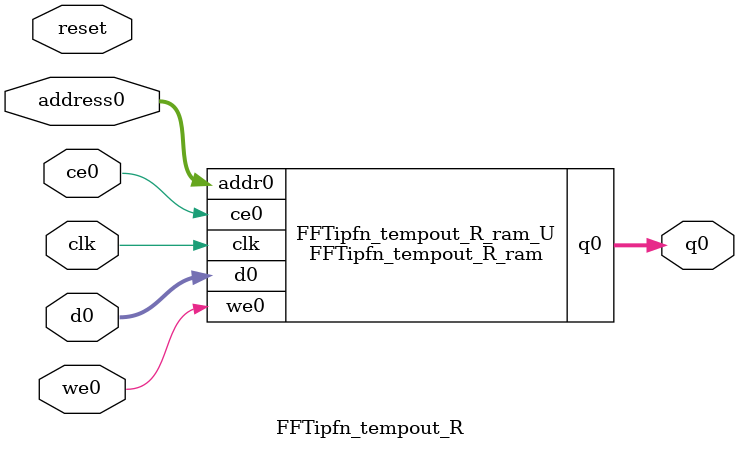
<source format=v>
`timescale 1 ns / 1 ps
module FFTipfn_tempout_R_ram (addr0, ce0, d0, we0, q0,  clk);

parameter DWIDTH = 32;
parameter AWIDTH = 10;
parameter MEM_SIZE = 1024;

input[AWIDTH-1:0] addr0;
input ce0;
input[DWIDTH-1:0] d0;
input we0;
output reg[DWIDTH-1:0] q0;
input clk;

(* ram_style = "block" *)reg [DWIDTH-1:0] ram[0:MEM_SIZE-1];




always @(posedge clk)  
begin 
    if (ce0) 
    begin
        if (we0) 
        begin 
            ram[addr0] <= d0; 
        end 
        q0 <= ram[addr0];
    end
end


endmodule

`timescale 1 ns / 1 ps
module FFTipfn_tempout_R(
    reset,
    clk,
    address0,
    ce0,
    we0,
    d0,
    q0);

parameter DataWidth = 32'd32;
parameter AddressRange = 32'd1024;
parameter AddressWidth = 32'd10;
input reset;
input clk;
input[AddressWidth - 1:0] address0;
input ce0;
input we0;
input[DataWidth - 1:0] d0;
output[DataWidth - 1:0] q0;



FFTipfn_tempout_R_ram FFTipfn_tempout_R_ram_U(
    .clk( clk ),
    .addr0( address0 ),
    .ce0( ce0 ),
    .we0( we0 ),
    .d0( d0 ),
    .q0( q0 ));

endmodule


</source>
